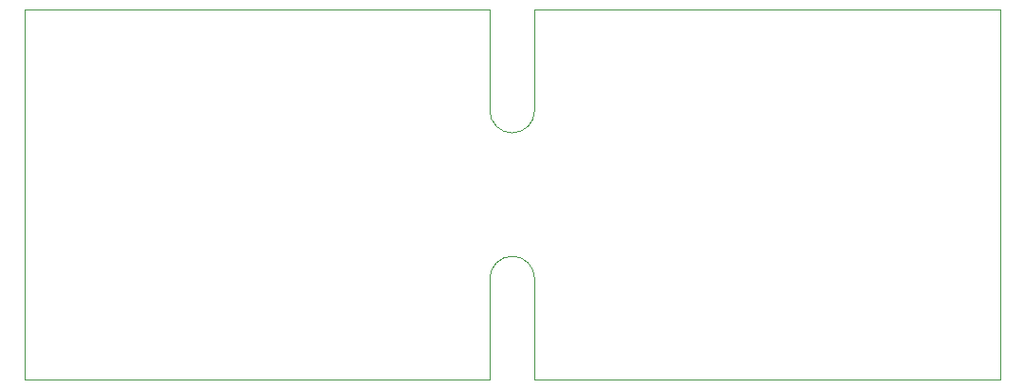
<source format=gm1>
G04 #@! TF.GenerationSoftware,KiCad,Pcbnew,6.0.1-79c1e3a40b~116~ubuntu20.04.1*
G04 #@! TF.CreationDate,2022-04-23T14:55:24+01:00*
G04 #@! TF.ProjectId,batmon,6261746d-6f6e-42e6-9b69-6361645f7063,3.1*
G04 #@! TF.SameCoordinates,Original*
G04 #@! TF.FileFunction,Profile,NP*
%FSLAX46Y46*%
G04 Gerber Fmt 4.6, Leading zero omitted, Abs format (unit mm)*
G04 Created by KiCad (PCBNEW 6.0.1-79c1e3a40b~116~ubuntu20.04.1) date 2022-04-23 14:55:24*
%MOMM*%
%LPD*%
G01*
G04 APERTURE LIST*
G04 #@! TA.AperFunction,Profile*
%ADD10C,0.050000*%
G04 #@! TD*
G04 APERTURE END LIST*
D10*
X208500000Y-110500000D02*
G75*
G03*
X210500000Y-108500000I1J1999999D01*
G01*
X208500000Y-121500000D02*
G75*
G03*
X206500000Y-123500000I-1J-1999999D01*
G01*
X206500000Y-132500000D02*
X206500000Y-123500000D01*
X210500000Y-123500000D02*
X210500000Y-132500000D01*
X210500000Y-108500000D02*
X210500000Y-99500000D01*
X206500000Y-108500000D02*
G75*
G03*
X208500000Y-110500000I1999999J-1D01*
G01*
X211000000Y-99500000D02*
X210500000Y-99500000D01*
X252000000Y-99500000D02*
X211000000Y-99500000D01*
X206000000Y-99500000D02*
X165000000Y-99500000D01*
X206000000Y-99500000D02*
X206500000Y-99500000D01*
X210500000Y-132500000D02*
X211000000Y-132500000D01*
X252000000Y-132500000D02*
X252000000Y-99500000D01*
X165000000Y-132500000D02*
X206000000Y-132500000D01*
X206000000Y-132500000D02*
X206500000Y-132500000D01*
X210500000Y-123500000D02*
G75*
G03*
X208500000Y-121500000I-1999999J1D01*
G01*
X165000000Y-99500000D02*
X165000000Y-132500000D01*
X211000000Y-132500000D02*
X252000000Y-132500000D01*
X206500000Y-99500000D02*
X206500000Y-108500000D01*
M02*

</source>
